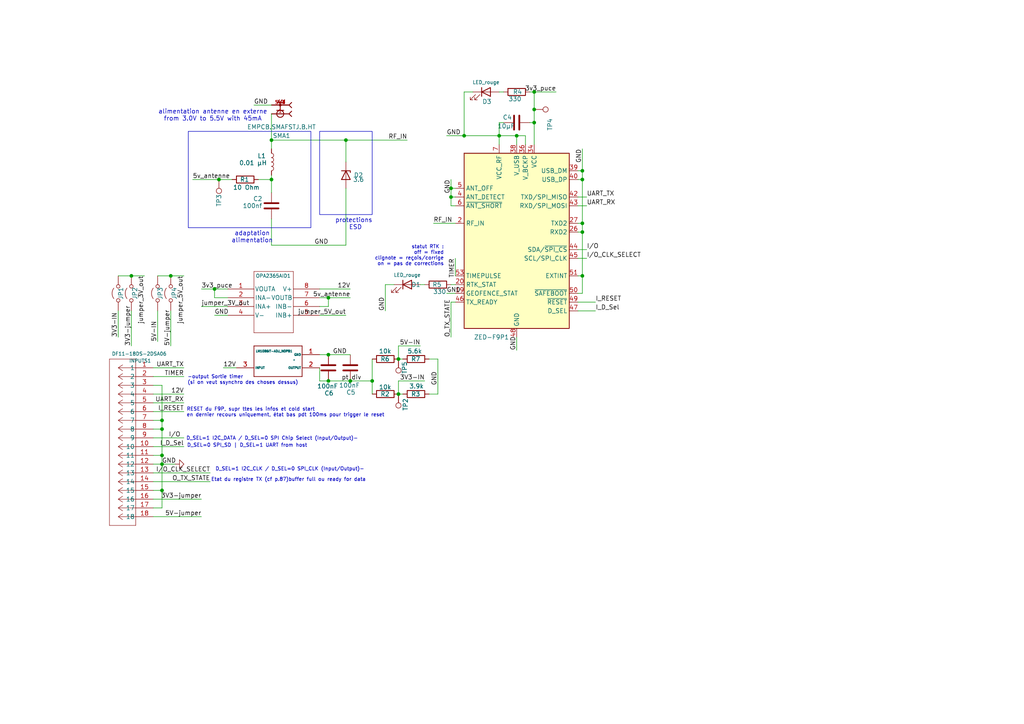
<source format=kicad_sch>
(kicad_sch (version 20231120) (generator "eeschema") (generator_version "8.0")
  (paper "A4")
  (lib_symbols
    (symbol "CON2x09:DF11-18DS-2DSA06" (pin_names (offset 0.254))
      (property "Reference" "J" (at 8.89 6.35 0))
      (property "Value" "DF11-18DS-2DSA06" (at 0 0 0))
      (symbol "DF11-18DS-2DSA06_0_1"
        (polyline (pts (xy 5.08 -45.72) (xy 12.7 -45.72)) (stroke (width 0.127)))
        (polyline (pts (xy 5.08 2.54) (xy 5.08 -45.72)) (stroke (width 0.127)))
        (polyline (pts (xy 10.16 -43.18) (xy 5.08 -43.18)) (stroke (width 0.127)))
        (polyline (pts (xy 10.16 -43.18) (xy 8.89 -44.0267)) (stroke (width 0.127)))
        (polyline (pts (xy 10.16 -43.18) (xy 8.89 -42.3333)) (stroke (width 0.127)))
        (polyline (pts (xy 10.16 -40.64) (xy 5.08 -40.64)) (stroke (width 0.127)))
        (polyline (pts (xy 10.16 -40.64) (xy 8.89 -41.4867)) (stroke (width 0.127)))
        (polyline (pts (xy 10.16 -40.64) (xy 8.89 -39.7933)) (stroke (width 0.127)))
        (polyline (pts (xy 10.16 -38.1) (xy 5.08 -38.1)) (stroke (width 0.127)))
        (polyline (pts (xy 10.16 -38.1) (xy 8.89 -38.9467)) (stroke (width 0.127)))
        (polyline (pts (xy 10.16 -38.1) (xy 8.89 -37.2533)) (stroke (width 0.127)))
        (polyline (pts (xy 10.16 -35.56) (xy 5.08 -35.56)) (stroke (width 0.127)))
        (polyline (pts (xy 10.16 -35.56) (xy 8.89 -36.4067)) (stroke (width 0.127)))
        (polyline (pts (xy 10.16 -35.56) (xy 8.89 -34.7133)) (stroke (width 0.127)))
        (polyline (pts (xy 10.16 -33.02) (xy 5.08 -33.02)) (stroke (width 0.127)))
        (polyline (pts (xy 10.16 -33.02) (xy 8.89 -33.8667)) (stroke (width 0.127)))
        (polyline (pts (xy 10.16 -33.02) (xy 8.89 -32.1733)) (stroke (width 0.127)))
        (polyline (pts (xy 10.16 -30.48) (xy 5.08 -30.48)) (stroke (width 0.127)))
        (polyline (pts (xy 10.16 -30.48) (xy 8.89 -31.3267)) (stroke (width 0.127)))
        (polyline (pts (xy 10.16 -30.48) (xy 8.89 -29.6333)) (stroke (width 0.127)))
        (polyline (pts (xy 10.16 -27.94) (xy 5.08 -27.94)) (stroke (width 0.127)))
        (polyline (pts (xy 10.16 -27.94) (xy 8.89 -28.7867)) (stroke (width 0.127)))
        (polyline (pts (xy 10.16 -27.94) (xy 8.89 -27.0933)) (stroke (width 0.127)))
        (polyline (pts (xy 10.16 -25.4) (xy 5.08 -25.4)) (stroke (width 0.127)))
        (polyline (pts (xy 10.16 -25.4) (xy 8.89 -26.2467)) (stroke (width 0.127)))
        (polyline (pts (xy 10.16 -25.4) (xy 8.89 -24.5533)) (stroke (width 0.127)))
        (polyline (pts (xy 10.16 -22.86) (xy 5.08 -22.86)) (stroke (width 0.127)))
        (polyline (pts (xy 10.16 -22.86) (xy 8.89 -23.7067)) (stroke (width 0.127)))
        (polyline (pts (xy 10.16 -22.86) (xy 8.89 -22.0133)) (stroke (width 0.127)))
        (polyline (pts (xy 10.16 -20.32) (xy 5.08 -20.32)) (stroke (width 0.127)))
        (polyline (pts (xy 10.16 -20.32) (xy 8.89 -21.1667)) (stroke (width 0.127)))
        (polyline (pts (xy 10.16 -20.32) (xy 8.89 -19.4733)) (stroke (width 0.127)))
        (polyline (pts (xy 10.16 -17.78) (xy 5.08 -17.78)) (stroke (width 0.127)))
        (polyline (pts (xy 10.16 -17.78) (xy 8.89 -18.6267)) (stroke (width 0.127)))
        (polyline (pts (xy 10.16 -17.78) (xy 8.89 -16.9333)) (stroke (width 0.127)))
        (polyline (pts (xy 10.16 -15.24) (xy 5.08 -15.24)) (stroke (width 0.127)))
        (polyline (pts (xy 10.16 -15.24) (xy 8.89 -16.0867)) (stroke (width 0.127)))
        (polyline (pts (xy 10.16 -15.24) (xy 8.89 -14.3933)) (stroke (width 0.127)))
        (polyline (pts (xy 10.16 -12.7) (xy 5.08 -12.7)) (stroke (width 0.127)))
        (polyline (pts (xy 10.16 -12.7) (xy 8.89 -13.5467)) (stroke (width 0.127)))
        (polyline (pts (xy 10.16 -12.7) (xy 8.89 -11.8533)) (stroke (width 0.127)))
        (polyline (pts (xy 10.16 -10.16) (xy 5.08 -10.16)) (stroke (width 0.127)))
        (polyline (pts (xy 10.16 -10.16) (xy 8.89 -11.0067)) (stroke (width 0.127)))
        (polyline (pts (xy 10.16 -10.16) (xy 8.89 -9.3133)) (stroke (width 0.127)))
        (polyline (pts (xy 10.16 -7.62) (xy 5.08 -7.62)) (stroke (width 0.127)))
        (polyline (pts (xy 10.16 -7.62) (xy 8.89 -8.4667)) (stroke (width 0.127)))
        (polyline (pts (xy 10.16 -7.62) (xy 8.89 -6.7733)) (stroke (width 0.127)))
        (polyline (pts (xy 10.16 -5.08) (xy 5.08 -5.08)) (stroke (width 0.127)))
        (polyline (pts (xy 10.16 -5.08) (xy 8.89 -5.9267)) (stroke (width 0.127)))
        (polyline (pts (xy 10.16 -5.08) (xy 8.89 -4.2333)) (stroke (width 0.127)))
        (polyline (pts (xy 10.16 -2.54) (xy 5.08 -2.54)) (stroke (width 0.127)))
        (polyline (pts (xy 10.16 -2.54) (xy 8.89 -3.3867)) (stroke (width 0.127)))
        (polyline (pts (xy 10.16 -2.54) (xy 8.89 -1.6933)) (stroke (width 0.127)))
        (polyline (pts (xy 10.16 0) (xy 5.08 0)) (stroke (width 0.127)))
        (polyline (pts (xy 10.16 0) (xy 8.89 -0.8467)) (stroke (width 0.127)))
        (polyline (pts (xy 10.16 0) (xy 8.89 0.8467)) (stroke (width 0.127)))
        (polyline (pts (xy 12.7 -45.72) (xy 12.7 2.54)) (stroke (width 0.127)))
        (polyline (pts (xy 12.7 2.54) (xy 5.08 2.54)) (stroke (width 0.127)))
        (pin unspecified line (at 0 0 0) (length 5.08) (name "1") (number "1"))
        (pin unspecified line (at 0 -22.86 0) (length 5.08) (name "10") (number "10"))
        (pin unspecified line (at 0 -25.4 0) (length 5.08) (name "11") (number "11"))
        (pin unspecified line (at 0 -27.94 0) (length 5.08) (name "12") (number "12"))
        (pin unspecified line (at 0 -30.48 0) (length 5.08) (name "13") (number "13"))
        (pin unspecified line (at 0 -33.02 0) (length 5.08) (name "14") (number "14"))
        (pin unspecified line (at 0 -35.56 0) (length 5.08) (name "15") (number "15"))
        (pin unspecified line (at 0 -38.1 0) (length 5.08) (name "16") (number "16"))
        (pin unspecified line (at 0 -40.64 0) (length 5.08) (name "17") (number "17"))
        (pin unspecified line (at 0 -43.18 0) (length 5.08) (name "18") (number "18"))
        (pin unspecified line (at 0 -2.54 0) (length 5.08) (name "2") (number "2"))
        (pin unspecified line (at 0 -5.08 0) (length 5.08) (name "3") (number "3"))
        (pin unspecified line (at 0 -7.62 0) (length 5.08) (name "4") (number "4"))
        (pin unspecified line (at 0 -10.16 0) (length 5.08) (name "5") (number "5"))
        (pin unspecified line (at 0 -12.7 0) (length 5.08) (name "6") (number "6"))
        (pin unspecified line (at 0 -15.24 0) (length 5.08) (name "7") (number "7"))
        (pin unspecified line (at 0 -17.78 0) (length 5.08) (name "8") (number "8"))
        (pin unspecified line (at 0 -20.32 0) (length 5.08) (name "9") (number "9"))
      )
    )
    (symbol "Connector:TestPoint" (pin_numbers hide) (pin_names (offset 0.762) hide)
      (property "Reference" "TP" (at 0 6.858 0))
      (property "Value" "TestPoint" (at 0 5.08 0))
      (symbol "TestPoint_0_1"
        (circle (center 0 3.302) (radius 0.762))
      )
      (symbol "TestPoint_1_1"
        (pin passive line (at 0 0 90) (length 2.54) (name "1") (number "1"))
      )
    )
    (symbol "Device:C" (pin_numbers hide) (pin_names (offset 0.254))
      (property "Reference" "C" (at 0.635 2.54 0))
      (property "Value" "C" (at 0.635 -2.54 0))
      (symbol "C_0_1"
        (polyline (pts (xy -2.032 -0.762) (xy 2.032 -0.762)) (stroke (width 0.508)))
        (polyline (pts (xy -2.032 0.762) (xy 2.032 0.762)) (stroke (width 0.508)))
      )
      (symbol "C_1_1"
        (pin passive line (at 0 3.81 270) (length 2.794) (name "~") (number "1"))
        (pin passive line (at 0 -3.81 90) (length 2.794) (name "~") (number "2"))
      )
    )
    (symbol "Device:D_Zener" (pin_numbers hide) (pin_names (offset 1.016) hide)
      (property "Reference" "D" (at 0 2.54 0))
      (property "Value" "D_Zener" (at 0 -2.54 0))
      (symbol "D_Zener_0_1"
        (polyline (pts (xy 1.27 0) (xy -1.27 0)))
        (polyline (pts (xy -1.27 -1.27) (xy -1.27 1.27) (xy -0.762 1.27)) (stroke (width 0.254)))
        (polyline (pts (xy 1.27 -1.27) (xy 1.27 1.27) (xy -1.27 0) (xy 1.27 -1.27)) (stroke (width 0.254)))
      )
      (symbol "D_Zener_1_1"
        (pin passive line (at -3.81 0 0) (length 2.54) (name "K") (number "1"))
        (pin passive line (at 3.81 0 180) (length 2.54) (name "A") (number "2"))
      )
    )
    (symbol "Device:L" (pin_numbers hide) (pin_names (offset 1.016) hide)
      (property "Reference" "L" (at -1.27 0 90))
      (property "Value" "L" (at 1.905 0 90))
      (symbol "L_0_1"
        (arc (start 0 -2.54) (mid 0.6323 -1.905) (end 0 -1.27))
        (arc (start 0 -1.27) (mid 0.6323 -0.635) (end 0 0))
        (arc (start 0 0) (mid 0.6323 0.635) (end 0 1.27))
        (arc (start 0 1.27) (mid 0.6323 1.905) (end 0 2.54))
      )
      (symbol "L_1_1"
        (pin passive line (at 0 3.81 270) (length 1.27) (name "1") (number "1"))
        (pin passive line (at 0 -3.81 90) (length 1.27) (name "2") (number "2"))
      )
    )
    (symbol "Device:LED" (pin_numbers hide) (pin_names (offset 1.016) hide)
      (property "Reference" "D" (at 0 2.54 0))
      (property "Value" "LED" (at 0 -2.54 0))
      (symbol "LED_0_1"
        (polyline (pts (xy -1.27 -1.27) (xy -1.27 1.27)) (stroke (width 0.254)))
        (polyline (pts (xy -1.27 0) (xy 1.27 0)))
        (polyline (pts (xy 1.27 -1.27) (xy 1.27 1.27) (xy -1.27 0) (xy 1.27 -1.27)) (stroke (width 0.254)))
        (polyline (pts (xy -3.048 -0.762) (xy -4.572 -2.286) (xy -3.81 -2.286) (xy -4.572 -2.286) (xy -4.572 -1.524)))
        (polyline (pts (xy -1.778 -0.762) (xy -3.302 -2.286) (xy -2.54 -2.286) (xy -3.302 -2.286) (xy -3.302 -1.524)))
      )
      (symbol "LED_1_1"
        (pin passive line (at -3.81 0 0) (length 2.54) (name "K") (number "1"))
        (pin passive line (at 3.81 0 180) (length 2.54) (name "A") (number "2"))
      )
    )
    (symbol "Device:R" (pin_numbers hide) (pin_names (offset 0))
      (property "Reference" "R" (at 2.032 0 90))
      (property "Value" "R" (at 0 0 90))
      (symbol "R_0_1"
        (rectangle (start -1.016 -2.54) (end 1.016 2.54) (stroke (width 0.254)))
      )
      (symbol "R_1_1"
        (pin passive line (at 0 3.81 270) (length 1.27) (name "~") (number "1"))
        (pin passive line (at 0 -3.81 90) (length 1.27) (name "~") (number "2"))
      )
    )
    (symbol "Jumper:Jumper_2_Open" (pin_numbers hide) (pin_names (offset 0) hide) (exclude_from_sim yes)
      (property "Reference" "JP" (at 0 2.794 0))
      (property "Value" "Jumper_2_Open" (at 0 -2.286 0))
      (symbol "Jumper_2_Open_0_0"
        (circle (center -2.032 0) (radius 0.508))
        (circle (center 2.032 0) (radius 0.508))
      )
      (symbol "Jumper_2_Open_0_1"
        (arc (start 1.524 1.27) (mid 0 1.778) (end -1.524 1.27))
      )
      (symbol "Jumper_2_Open_1_1"
        (pin passive line (at -5.08 0 0) (length 2.54) (name "A") (number "1"))
        (pin passive line (at 5.08 0 180) (length 2.54) (name "B") (number "2"))
      )
    )
    (symbol "LM1086:LM1086IT-ADJ_NOPB" (pin_names (offset 0.254))
      (property "Reference" "U2" (at 8.636 4.064 0))
      (property "Value" "LM1086IT-ADJ/NOPB" (at 13.208 5.334 0))
      (symbol "LM1086IT-ADJ_NOPB_0_1"
        (polyline (pts (xy 1.27 1.27) (xy 15.24 1.27)) (stroke (width 0.2032)))
        (polyline (pts (xy 1.27 10.16) (xy 1.27 1.27)) (stroke (width 0.2032)))
        (polyline (pts (xy 15.24 1.27) (xy 15.24 10.16)) (stroke (width 0.2032)))
        (polyline (pts (xy 15.24 10.16) (xy 1.27 10.16)) (stroke (width 0.2032)))
        (pin power_in line (at 20.32 3.81 180) (length 5.08) (name "GND") (number "1"))
        (pin power_in line (at 20.32 7.62 180) (length 5.08) (name "OUTPUT") (number "2"))
        (pin power_in line (at -3.81 7.62 0) (length 5.08) (name "INPUT") (number "3"))
      )
    )
    (symbol "OPA2365:OPA2365AID" (pin_names (offset 0.254))
      (property "Reference" "U1" (at 13.208 3.81 0))
      (property "Value" "OPA2365AID" (at 13.208 2.032 0))
      (symbol "OPA2365AID_0_1"
        (polyline (pts (xy 7.62 -12.7) (xy 19.05 -12.7)) (stroke (width 0.127)))
        (polyline (pts (xy 7.62 5.08) (xy 7.62 -12.7)) (stroke (width 0.127)))
        (polyline (pts (xy 19.05 -12.7) (xy 19.05 5.08)) (stroke (width 0.127)))
        (polyline (pts (xy 19.05 5.08) (xy 7.62 5.08)) (stroke (width 0.127)))
        (pin output line (at 0 0 0) (length 7.62) (name "VOUTA") (number "1"))
        (pin input line (at 0 -2.54 0) (length 7.62) (name "INA-") (number "2"))
        (pin input line (at 0 -5.08 0) (length 7.62) (name "INA+") (number "3"))
        (pin power_in line (at 0 -7.62 0) (length 7.62) (name "V-") (number "4"))
        (pin input line (at 26.67 -7.62 180) (length 7.62) (name "INB+") (number "5"))
        (pin input line (at 26.67 -5.08 180) (length 7.62) (name "INB-") (number "6"))
        (pin output line (at 26.67 -2.54 180) (length 7.62) (name "VOUTB") (number "7"))
        (pin power_in line (at 26.67 0 180) (length 7.62) (name "V+") (number "8"))
      )
    )
    (symbol "RF_GPS:ZED-F9P"
      (property "Reference" "U" (at -13.97 26.67 0))
      (property "Value" "ZED-F9P" (at 11.43 26.67 0))
      (symbol "ZED-F9P_0_1"
        (rectangle (start -15.24 25.4) (end 15.24 -25.4) (stroke (width 0.254)) (fill (type background)))
      )
      (symbol "ZED-F9P_1_1"
        (pin passive line (at 0 -27.94 90) (length 2.54) hide (name "GND") (number "1"))
        (pin no_connect line (at -15.24 7.62 0) (length 2.54) hide (name "Reserved") (number "10"))
        (pin no_connect line (at -15.24 0 0) (length 2.54) hide (name "Reserved") (number "11"))
        (pin passive line (at 0 -27.94 90) (length 2.54) hide (name "GND") (number "12"))
        (pin no_connect line (at -15.24 -7.62 0) (length 2.54) hide (name "Reserved") (number "13"))
        (pin passive line (at 0 -27.94 90) (length 2.54) hide (name "GND") (number "14"))
        (pin no_connect line (at -15.24 -12.7 0) (length 2.54) hide (name "Reserved") (number "15"))
        (pin no_connect line (at -7.62 -25.4 90) (length 2.54) hide (name "Reserved") (number "16"))
        (pin no_connect line (at -5.08 -25.4 90) (length 2.54) hide (name "Reserved") (number "17"))
        (pin no_connect line (at -2.54 -25.4 90) (length 2.54) hide (name "Reserved") (number "18"))
        (pin output line (at 17.78 -15.24 180) (length 2.54) (name "GEOFENCE_STAT") (number "19"))
        (pin input line (at 17.78 5.08 180) (length 2.54) (name "RF_IN") (number "2"))
        (pin output line (at 17.78 -12.7 180) (length 2.54) (name "RTK_STAT") (number "20"))
        (pin no_connect line (at 2.54 -25.4 90) (length 2.54) hide (name "Reserved") (number "21"))
        (pin no_connect line (at 5.08 -25.4 90) (length 2.54) hide (name "Reserved") (number "22"))
        (pin no_connect line (at 7.62 -25.4 90) (length 2.54) hide (name "Reserved") (number "23"))
        (pin no_connect line (at 15.24 -7.62 180) (length 2.54) hide (name "Reserved") (number "24"))
        (pin no_connect line (at 15.24 -5.08 180) (length 2.54) hide (name "Reserved") (number "25"))
        (pin input line (at -17.78 2.54 0) (length 2.54) (name "RXD2") (number "26"))
        (pin output line (at -17.78 5.08 0) (length 2.54) (name "TXD2") (number "27"))
        (pin no_connect line (at 15.24 -2.54 180) (length 2.54) hide (name "Reserved") (number "28"))
        (pin no_connect line (at 15.24 0 180) (length 2.54) hide (name "Reserved") (number "29"))
        (pin passive line (at 0 -27.94 90) (length 2.54) hide (name "GND") (number "3"))
        (pin no_connect line (at 15.24 2.54 180) (length 2.54) hide (name "Reserved") (number "30"))
        (pin no_connect line (at 15.24 7.62 180) (length 2.54) hide (name "Reserved") (number "31"))
        (pin passive line (at 0 -27.94 90) (length 2.54) hide (name "GND") (number "32"))
        (pin passive line (at -5.08 27.94 270) (length 2.54) hide (name "VCC") (number "33"))
        (pin power_in line (at -5.08 27.94 270) (length 2.54) (name "VCC") (number "34"))
        (pin no_connect line (at 15.24 17.78 180) (length 2.54) hide (name "Reserved") (number "35"))
        (pin power_in line (at -2.54 27.94 270) (length 2.54) (name "V_BCKP") (number "36"))
        (pin passive line (at 0 -27.94 90) (length 2.54) hide (name "GND") (number "37"))
        (pin power_in line (at 0 27.94 270) (length 2.54) (name "V_USB") (number "38"))
        (pin bidirectional line (at -17.78 20.32 0) (length 2.54) (name "USB_DM") (number "39"))
        (pin input line (at 17.78 12.7 180) (length 2.54) (name "ANT_DETECT") (number "4"))
        (pin bidirectional line (at -17.78 17.78 0) (length 2.54) (name "USB_DP") (number "40"))
        (pin passive line (at 0 -27.94 90) (length 2.54) hide (name "GND") (number "41"))
        (pin output line (at -17.78 12.7 0) (length 2.54) (name "TXD/SPI_MISO") (number "42"))
        (pin input line (at -17.78 10.16 0) (length 2.54) (name "RXD/SPI_MOSI") (number "43"))
        (pin bidirectional line (at -17.78 -2.54 0) (length 2.54) (name "SDA/~{SPI_CS}") (number "44"))
        (pin bidirectional line (at -17.78 -5.08 0) (length 2.54) (name "SCL/SPI_CLK") (number "45"))
        (pin output line (at 17.78 -17.78 180) (length 2.54) (name "TX_READY") (number "46"))
        (pin input line (at -17.78 -20.32 0) (length 2.54) (name "D_SEL") (number "47"))
        (pin power_in line (at 0 -27.94 90) (length 2.54) (name "GND") (number "48"))
        (pin input line (at -17.78 -17.78 0) (length 2.54) (name "~{RESET}") (number "49"))
        (pin output line (at 17.78 15.24 180) (length 2.54) (name "ANT_OFF") (number "5"))
        (pin input line (at -17.78 -15.24 0) (length 2.54) (name "~{SAFEBOOT}") (number "50"))
        (pin input line (at -17.78 -10.16 0) (length 2.54) (name "EXTINT") (number "51"))
        (pin no_connect line (at 15.24 20.32 180) (length 2.54) hide (name "Reserved") (number "52"))
        (pin output line (at 17.78 -10.16 180) (length 2.54) (name "TIMEPULSE") (number "53"))
        (pin no_connect line (at 15.24 22.86 180) (length 2.54) hide (name "Reserved") (number "54"))
        (pin passive line (at 0 -27.94 90) (length 2.54) hide (name "GND") (number "55"))
        (pin input line (at 17.78 10.16 180) (length 2.54) (name "~{ANT_SHORT}") (number "6"))
        (pin power_out line (at 5.08 27.94 270) (length 2.54) (name "VCC_RF") (number "7"))
        (pin no_connect line (at -15.24 22.86 0) (length 2.54) hide (name "Reserved") (number "8"))
        (pin no_connect line (at -15.24 15.24 0) (length 2.54) hide (name "Reserved") (number "9"))
      )
    )
    (symbol "SMA:EMPCB.SMAFSTJ.B.HT" (pin_names (offset 1.016))
      (property "Reference" "J" (at -3.8103 4.0644 0))
      (property "Value" "EMPCB.SMAFSTJ.B.HT" (at -4.067 -4.3211 0))
      (symbol "EMPCB.SMAFSTJ.B.HT_0_0"
        (polyline (pts (xy -3.302 -0.762) (xy -2.54 0)) (stroke (width 0.254)))
        (polyline (pts (xy -3.302 0.762) (xy -2.54 0)) (stroke (width 0.254)))
        (polyline (pts (xy -3.302 1.778) (xy -2.54 2.54)) (stroke (width 0.254)))
        (polyline (pts (xy -3.302 3.302) (xy -2.54 2.54)) (stroke (width 0.254)))
        (polyline (pts (xy -2.54 0) (xy 0 0)) (stroke (width 0.254)))
        (polyline (pts (xy -2.54 2.54) (xy 2.54 2.54)) (stroke (width 0.254)))
        (polyline (pts (xy -1.016 1.524) (xy 0 1.524)) (stroke (width 0.254)))
        (polyline (pts (xy -0.762 -0.762) (xy -1.27 -1.524)) (stroke (width 0.254)))
        (polyline (pts (xy 0 -0.762) (xy -0.762 -0.762)) (stroke (width 0.254)))
        (polyline (pts (xy 0 -0.762) (xy -0.508 -1.524)) (stroke (width 0.254)))
        (polyline (pts (xy 0 -0.762) (xy 0.762 -0.762)) (stroke (width 0.254)))
        (polyline (pts (xy 0 0) (xy -2.286 0)) (stroke (width 0.254)))
        (polyline (pts (xy 0 0) (xy 0 -0.762)) (stroke (width 0.254)))
        (polyline (pts (xy 0 1.524) (xy 0 0)) (stroke (width 0.254)))
        (polyline (pts (xy 0 1.524) (xy 1.016 1.524)) (stroke (width 0.254)))
        (polyline (pts (xy 0.762 -0.762) (xy 0.254 -1.524)) (stroke (width 0.254)))
        (polyline (pts (xy 2.54 0) (xy 0 0)) (stroke (width 0.254)))
        (circle (center 0 0) (radius 0.254) (stroke (width 0.254)))
        (circle (center 0 2.54) (radius 1.016) (stroke (width 0.254)))
        (pin passive line (at 2.54 2.54 180) (length 5.08) (name "~") (number "1"))
        (pin passive line (at 2.54 0 180) (length 5.08) (name "~") (number "SH1"))
        (pin passive line (at 2.54 0 180) (length 5.08) (name "~") (number "SH2"))
        (pin passive line (at 2.54 0 180) (length 5.08) (name "~") (number "SH3"))
        (pin passive line (at 2.54 0 180) (length 5.08) (name "~") (number "SH4"))
      )
    )
    (symbol "power:GND" (power) (pin_numbers hide) (pin_names (offset 0) hide)
      (property "Value" "GND" (at 0 -3.81 0))
      (symbol "GND_0_1"
        (polyline (pts (xy 0 0) (xy 0 -1.27) (xy 1.27 -1.27) (xy 0 -2.54) (xy -1.27 -1.27) (xy 0 -1.27)))
      )
      (symbol "GND_1_1"
        (pin power_in line (at 0 0 270) (length 0) (name "~") (number "1"))
      )
    )
  )
  (junction (at 101.6 110.49))
  (junction (at 149.86 39.37))
  (junction (at 168.91 52.07))
  (junction (at 115.57 104.14))
  (junction (at 130.81 54.61))
  (junction (at 115.57 114.3))
  (junction (at 154.94 31.75))
  (junction (at 154.94 35.56))
  (junction (at 49.53 80.01))
  (junction (at 168.91 49.53))
  (junction (at 130.81 57.15))
  (junction (at 168.91 64.77))
  (junction (at 62.23 83.82))
  (junction (at 46.99 124.46))
  (junction (at 100.33 40.64))
  (junction (at 168.91 67.31))
  (junction (at 144.78 39.37))
  (junction (at 154.94 26.67))
  (junction (at 95.25 102.87))
  (junction (at 46.99 142.24))
  (junction (at 78.74 52.07))
  (junction (at 38.1 80.01))
  (junction (at 95.25 86.36))
  (junction (at 95.25 110.49))
  (junction (at 63.5 52.07))
  (junction (at 78.74 40.64))
  (junction (at 46.99 121.92))
  (junction (at 134.62 39.37))
  (junction (at 46.99 134.62))
  (junction (at 46.99 132.08))
  (junction (at 168.91 80.01))
  (junction (at 107.95 110.49))
  (wire (pts (xy 167.64 64.77) (xy 168.91 64.77)))
  (wire (pts (xy 78.74 71.12) (xy 78.74 63.5)))
  (wire (pts (xy 101.6 102.87) (xy 95.25 102.87)))
  (wire (pts (xy 46.99 142.24) (xy 46.99 147.32)))
  (wire (pts (xy 144.78 39.37) (xy 144.78 41.91)))
  (wire (pts (xy 78.74 33.02) (xy 78.74 40.64)))
  (wire (pts (xy 149.86 39.37) (xy 152.4 39.37)))
  (wire (pts (xy 44.45 137.16) (xy 60.96 137.16)))
  (wire (pts (xy 144.78 39.37) (xy 149.86 39.37)))
  (wire (pts (xy 92.71 83.82) (xy 101.6 83.82)))
  (wire (pts (xy 49.53 100.33) (xy 49.53 90.17)))
  (wire (pts (xy 46.99 134.62) (xy 46.99 142.24)))
  (wire (pts (xy 121.92 82.55) (xy 123.19 82.55)))
  (wire (pts (xy 168.91 80.01) (xy 167.64 80.01)))
  (wire (pts (xy 58.42 88.9) (xy 66.04 88.9)))
  (wire (pts (xy 130.81 52.07) (xy 130.81 54.61)))
  (wire (pts (xy 130.81 57.15) (xy 130.81 59.69)))
  (wire (pts (xy 127 104.14) (xy 127 114.3)))
  (wire (pts (xy 144.78 35.56) (xy 144.78 39.37)))
  (wire (pts (xy 134.62 26.67) (xy 134.62 39.37)))
  (wire (pts (xy 167.64 87.63) (xy 172.72 87.63)))
  (wire (pts (xy 154.94 35.56) (xy 153.67 35.56)))
  (wire (pts (xy 78.74 40.64) (xy 78.74 43.18)))
  (wire (pts (xy 149.86 39.37) (xy 149.86 41.91)))
  (wire (pts (xy 58.42 83.82) (xy 62.23 83.82)))
  (wire (pts (xy 144.78 26.67) (xy 146.05 26.67)))
  (wire (pts (xy 168.91 52.07) (xy 167.64 52.07)))
  (wire (pts (xy 44.45 124.46) (xy 46.99 124.46)))
  (wire (pts (xy 95.25 86.36) (xy 101.6 86.36)))
  (wire (pts (xy 100.33 46.99) (xy 100.33 40.64)))
  (wire (pts (xy 124.46 114.3) (xy 127 114.3)))
  (wire (pts (xy 95.25 86.36) (xy 95.25 88.9)))
  (wire (pts (xy 44.45 139.7) (xy 60.96 139.7)))
  (wire (pts (xy 44.45 119.38) (xy 53.34 119.38)))
  (wire (pts (xy 107.95 104.14) (xy 107.95 110.49)))
  (wire (pts (xy 44.45 132.08) (xy 46.99 132.08)))
  (wire (pts (xy 44.45 106.68) (xy 53.34 106.68)))
  (wire (pts (xy 100.33 40.64) (xy 118.11 40.64)))
  (wire (pts (xy 46.99 124.46) (xy 46.99 132.08)))
  (wire (pts (xy 92.71 86.36) (xy 95.25 86.36)))
  (wire (pts (xy 130.81 54.61) (xy 130.81 57.15)))
  (wire (pts (xy 129.54 85.09) (xy 132.08 85.09)))
  (wire (pts (xy 115.57 110.49) (xy 123.19 110.49)))
  (wire (pts (xy 132.08 74.93) (xy 132.08 80.01)))
  (wire (pts (xy 167.64 59.69) (xy 170.18 59.69)))
  (wire (pts (xy 125.73 64.77) (xy 132.08 64.77)))
  (wire (pts (xy 100.33 54.61) (xy 100.33 71.12)))
  (wire (pts (xy 137.16 26.67) (xy 134.62 26.67)))
  (wire (pts (xy 168.91 67.31) (xy 167.64 67.31)))
  (wire (pts (xy 78.74 52.07) (xy 78.74 55.88)))
  (wire (pts (xy 167.64 90.17) (xy 172.72 90.17)))
  (wire (pts (xy 167.64 57.15) (xy 170.18 57.15)))
  (wire (pts (xy 78.74 52.07) (xy 74.93 52.07)))
  (wire (pts (xy 130.81 82.55) (xy 132.08 82.55)))
  (wire (pts (xy 114.3 82.55) (xy 111.76 82.55)))
  (wire (pts (xy 64.77 106.68) (xy 68.58 106.68)))
  (wire (pts (xy 63.5 52.07) (xy 67.31 52.07)))
  (wire (pts (xy 44.45 114.3) (xy 53.34 114.3)))
  (wire (pts (xy 44.45 129.54) (xy 53.34 129.54)))
  (wire (pts (xy 115.57 100.33) (xy 115.57 104.14)))
  (wire (pts (xy 101.6 110.49) (xy 107.95 110.49)))
  (wire (pts (xy 45.72 99.06) (xy 45.72 90.17)))
  (wire (pts (xy 92.71 110.49) (xy 95.25 110.49)))
  (wire (pts (xy 46.99 121.92) (xy 46.99 124.46)))
  (wire (pts (xy 49.53 80.01) (xy 53.34 80.01)))
  (wire (pts (xy 78.74 50.8) (xy 78.74 52.07)))
  (wire (pts (xy 130.81 97.79) (xy 130.81 87.63)))
  (wire (pts (xy 62.23 83.82) (xy 66.04 83.82)))
  (wire (pts (xy 154.94 26.67) (xy 161.29 26.67)))
  (wire (pts (xy 92.71 91.44) (xy 100.33 91.44)))
  (wire (pts (xy 168.91 64.77) (xy 168.91 67.31)))
  (wire (pts (xy 73.66 30.48) (xy 78.74 30.48)))
  (wire (pts (xy 149.86 97.79) (xy 149.86 101.6)))
  (wire (pts (xy 115.57 100.33) (xy 121.92 100.33)))
  (wire (pts (xy 129.54 39.37) (xy 134.62 39.37)))
  (wire (pts (xy 44.45 127) (xy 53.34 127)))
  (wire (pts (xy 130.81 54.61) (xy 132.08 54.61)))
  (wire (pts (xy 154.94 31.75) (xy 154.94 35.56)))
  (wire (pts (xy 92.71 110.49) (xy 92.71 106.68)))
  (wire (pts (xy 134.62 39.37) (xy 144.78 39.37)))
  (wire (pts (xy 107.95 110.49) (xy 107.95 114.3)))
  (wire (pts (xy 124.46 104.14) (xy 127 104.14)))
  (wire (pts (xy 62.23 91.44) (xy 66.04 91.44)))
  (wire (pts (xy 44.45 144.78) (xy 58.42 144.78)))
  (wire (pts (xy 78.74 71.12) (xy 100.33 71.12)))
  (wire (pts (xy 44.45 149.86) (xy 58.42 149.86)))
  (wire (pts (xy 132.08 59.69) (xy 130.81 59.69)))
  (wire (pts (xy 168.91 49.53) (xy 168.91 43.18)))
  (wire (pts (xy 55.88 52.07) (xy 63.5 52.07)))
  (wire (pts (xy 78.74 40.64) (xy 100.33 40.64)))
  (wire (pts (xy 154.94 35.56) (xy 154.94 41.91)))
  (wire (pts (xy 34.29 97.79) (xy 34.29 90.17)))
  (wire (pts (xy 46.99 132.08) (xy 46.99 134.62)))
  (wire (pts (xy 44.45 111.76) (xy 46.99 111.76)))
  (wire (pts (xy 44.45 116.84) (xy 53.34 116.84)))
  (wire (pts (xy 44.45 142.24) (xy 46.99 142.24)))
  (wire (pts (xy 168.91 52.07) (xy 168.91 49.53)))
  (wire (pts (xy 44.45 121.92) (xy 46.99 121.92)))
  (wire (pts (xy 62.23 83.82) (xy 62.23 86.36)))
  (wire (pts (xy 46.99 134.62) (xy 50.8 134.62)))
  (wire (pts (xy 130.81 87.63) (xy 132.08 87.63)))
  (wire (pts (xy 111.76 82.55) (xy 111.76 90.17)))
  (wire (pts (xy 168.91 49.53) (xy 167.64 49.53)))
  (wire (pts (xy 38.1 100.33) (xy 38.1 90.17)))
  (wire (pts (xy 44.45 109.22) (xy 53.34 109.22)))
  (wire (pts (xy 167.64 74.93) (xy 170.18 74.93)))
  (wire (pts (xy 46.99 111.76) (xy 46.99 121.92)))
  (wire (pts (xy 168.91 52.07) (xy 168.91 64.77)))
  (wire (pts (xy 130.81 57.15) (xy 132.08 57.15)))
  (wire (pts (xy 92.71 88.9) (xy 95.25 88.9)))
  (wire (pts (xy 38.1 80.01) (xy 41.91 80.01)))
  (wire (pts (xy 62.23 86.36) (xy 66.04 86.36)))
  (wire (pts (xy 146.05 35.56) (xy 144.78 35.56)))
  (wire (pts (xy 152.4 39.37) (xy 152.4 41.91)))
  (wire (pts (xy 153.67 26.67) (xy 154.94 26.67)))
  (wire (pts (xy 167.64 72.39) (xy 170.18 72.39)))
  (wire (pts (xy 44.45 134.62) (xy 46.99 134.62)))
  (wire (pts (xy 115.57 104.14) (xy 116.84 104.14)))
  (wire (pts (xy 95.25 110.49) (xy 101.6 110.49)))
  (wire (pts (xy 168.91 67.31) (xy 168.91 80.01)))
  (wire (pts (xy 34.29 80.01) (xy 38.1 80.01)))
  (wire (pts (xy 92.71 102.87) (xy 95.25 102.87)))
  (wire (pts (xy 154.94 31.75) (xy 154.94 26.67)))
  (wire (pts (xy 115.57 114.3) (xy 116.84 114.3)))
  (wire (pts (xy 168.91 80.01) (xy 168.91 85.09)))
  (wire (pts (xy 168.91 85.09) (xy 167.64 85.09)))
  (wire (pts (xy 44.45 147.32) (xy 46.99 147.32)))
  (wire (pts (xy 45.72 80.01) (xy 49.53 80.01)))
  (wire (pts (xy 115.57 110.49) (xy 115.57 114.3)))
  (rectangle (start 92.71 38.1) (end 107.95 62.23))
  (rectangle (start 54.61 38.1) (end 90.17 66.04))
  (text "alimentation antenne en externe\nfrom 3.0V to 5.5V with 45mA\n" (at 61.722 33.528 0) (effects (font (size 1.27 1.27))))
  (text "RESET du F9P, supr ttes les infos et cold start\nen dernier recours uniquement, état bas pdt 100ms pour trigger le reset" (at 54.102 119.634 0) (effects (font (size 1.016 1.016)) (justify left)))
  (text "D_SEL=1 I2C_DATA / D_SEL=0 SPI Chip Select (Input/Output)-" (at 103.886 127.254 0) (effects (font (size 1.016 1.016)) (justify right)))
  (text "-output Sortie timer\n(si on veut ssynchro des choses dessus)" (at 54.356 110.236 0) (effects (font (size 1.016 1.016)) (justify left)))
  (text "D_SEL=1 I2C_CLK / D_SEL=0 SPI_CLK (Input/Output)-" (at 84.074 136.144 0) (effects (font (size 1.016 1.016))))
  (text "protections\n ESD\n" (at 102.616 65.024 0) (effects (font (size 1.27 1.27))))
  (text "statut RTK :\noff = fixed\nclignote = reçois/corrige\non = pas de corrections" (at 128.778 74.168 0) (effects (font (size 1.016 1.016)) (justify right)))
  (text "Etat du registre TX (cf p.87)buffer full ou ready for data  " (at 107.696 139.192 0) (effects (font (size 1.016 1.016)) (justify right)))
  (text "D_SEL=0 SPI_SD | D_SEL=1 UART from host" (at 89.154 129.286 0) (effects (font (size 1.016 1.016)) (justify right)))
  (text "adaptation\nalimentation" (at 73.152 68.834 0) (effects (font (size 1.27 1.27))))
  (label "I{slash}O " (at 170.18 72.39 0))
  (label "UART_RX" (at 170.18 59.69 0))
  (label "jumper_5V_out" (at 100.33 91.44 180))
  (label "GND" (at 129.54 85.09 0))
  (label "12V" (at 64.77 106.68 0))
  (label "GND" (at 129.54 39.37 0))
  (label "I_RESET" (at 53.34 119.38 180))
  (label "I{slash}O_CLK_SELECT" (at 170.18 74.93 0))
  (label "3V3-IN" (at 123.19 110.49 180))
  (label "GND" (at 149.86 101.6 90))
  (label "I_D_Sel" (at 172.72 90.17 0))
  (label "5V-jumper" (at 49.53 100.33 90))
  (label "12V" (at 101.6 83.82 180))
  (label "O_TX_STATE" (at 130.81 97.79 90))
  (label "5v_antenne" (at 101.6 86.36 180))
  (label "5v_antenne" (at 55.88 52.07 0))
  (label "I{slash}O_CLK_SELECT" (at 60.96 137.16 180))
  (label "3v3_puce" (at 58.42 83.82 0))
  (label "I{slash}O " (at 53.34 127 180))
  (label "pt div" (at 99.06 110.49 0))
  (label "GND" (at 73.66 30.48 0))
  (label "3V3-jumper" (at 38.1 100.33 90))
  (label "jumper_5V_out" (at 53.34 80.01 270))
  (label "RF_IN" (at 125.73 64.77 0))
  (label "5V-jumper" (at 58.42 149.86 180))
  (label "3v3_puce" (at 161.29 26.67 180))
  (label "UART_RX" (at 53.34 116.84 180))
  (label "GND" (at 95.25 71.12 180))
  (label "UART_TX" (at 53.34 106.68 180))
  (label "I_D_Sel" (at 53.34 129.54 180))
  (label "12V" (at 53.34 114.3 180))
  (label "GND" (at 168.91 43.18 270))
  (label "GND" (at 96.52 102.87 0))
  (label "GND" (at 127 111.76 90))
  (label "O_TX_STATE" (at 60.96 139.7 180))
  (label "5V-IN" (at 121.92 100.33 180))
  (label "TIMER" (at 53.34 109.22 180))
  (label "GND" (at 111.76 90.17 90))
  (label "UART_TX" (at 170.18 57.15 0))
  (label "GND" (at 46.99 134.62 0))
  (label "3V3-jumper" (at 58.42 144.78 180))
  (label "TIMER" (at 132.08 74.93 270))
  (label "GND" (at 62.23 91.44 0))
  (label "5V-IN" (at 45.72 99.06 90))
  (label "jumper_3V_out" (at 58.42 88.9 0))
  (label "I_RESET" (at 172.72 87.63 0))
  (label "GND" (at 130.81 52.07 270))
  (label "3V3-IN" (at 34.29 97.79 90))
  (label "jumper_3V_out" (at 41.91 80.01 270))
  (label "RF_IN" (at 118.11 40.64 180))
  (symbol (lib_id "Connector:TestPoint") (at 154.94 31.75 270) (unit 1)
    (property "Reference" "TP4" (at 159.5121 34.29 0) (effects (justify left)))
    (property "Value" "TestPoint" (effects (hide yes)))
    (property "Footprint" "TestPoint:CONN1_5011_KEY" (effects (hide yes)))
    (property "Description" "test point" (effects (hide yes)))
  )
  (symbol (lib_id "Device:R") (at 71.12 52.07 270) (unit 1)
    (property "Reference" "R1" (at 69.596 52.07 90) (effects (justify left)))
    (property "Value" "10 Ohm" (at 67.564 54.356 90) (effects (justify left)))
    (property "Footprint" "res_SMD_330ohm:RC0805N_YAG" (effects (hide yes)))
    (property "Description" "Resistor" (effects (hide yes)))
  )
  (symbol (lib_id "CON2x09:DF11-18DS-2DSA06") (at 44.45 106.68 0) (mirror y) (unit 1)
    (property "Reference" "INPUTS1" (at 40.64 104.648 0) (effects (font (size 1 1))))
    (property "Value" "DF11-18DS-2DSA06" (at 40.386 102.616 0) (effects (font (size 1 1))))
    (property "Footprint" "Connector:CON18_2X9_U_DF11_HIR" (effects (hide yes)))
    (property "Datasheet" "DF11-18DS-2DSA06" (effects (hide yes)))
  )
  (symbol (lib_id "Device:R") (at 111.76 114.3 90) (unit 1)
    (property "Reference" "R2" (at 113.03 114.3 90) (effects (justify left)))
    (property "Value" "10k" (at 113.538 112.268 90) (effects (justify left)))
    (property "Footprint" "res_SMD_10kohm:YAG_R0805_YAG" (effects (hide yes)))
    (property "Description" "Resistor" (effects (hide yes)))
  )
  (symbol (lib_id "Device:R") (at 120.65 104.14 90) (unit 1)
    (property "Reference" "R7" (at 121.92 104.14 90) (effects (justify left)))
    (property "Value" "5.6k" (at 122.428 101.854 90) (effects (justify left)))
    (property "Footprint" "res_SMD_5.6kohm:RC0805N_YAG" (effects (hide yes)))
    (property "Description" "Resistor" (effects (hide yes)))
  )
  (symbol (lib_id "Device:C") (at 95.25 106.68 180) (unit 1)
    (property "Reference" "C6" (at 96.774 114.046 0) (effects (justify left)))
    (property "Value" "100nF" (at 98.044 112.014 0) (effects (justify left)))
    (property "Footprint" "Capacitor_SMD:C_0805_2012Metric" (effects (hide yes)))
    (property "Description" "Unpolarized capacitor" (effects (hide yes)))
  )
  (symbol (lib_id "Jumper:Jumper_2_Open") (at 34.29 85.09 90) (unit 1) (exclude_from_sim yes)
    (property "Reference" "JP1" (at 35.052 85.09 0))
    (property "Value" "Jumper_2_Open" (effects (hide yes)))
    (property "Footprint" "Connector:CON_1x02" (effects (hide yes)))
    (property "Description" "Jumper, 2-pole, open" (effects (hide yes)))
  )
  (symbol (lib_id "power:GND") (at 50.8 134.62 90) (unit 1)
    (property "Reference" "#PWR01" (effects (hide yes)))
    (property "Value" "GND" (effects (hide yes)))
    (property "Description" "Power symbol creates a global label with name \"GND\" , ground" (effects (hide yes)))
  )
  (symbol (lib_id "Device:L") (at 78.74 46.99 0) (unit 1)
    (property "Reference" "L1" (at 74.676 45.212 0) (effects (justify left)))
    (property "Value" "0.01 µH" (at 69.342 47.244 0) (effects (justify left)))
    (property "Footprint" "Inductor_SMD:L_0805_2012Metric" (effects (hide yes)))
    (property "Description" "Inductor" (effects (hide yes)))
  )
  (symbol (lib_id "Jumper:Jumper_2_Open") (at 45.72 85.09 90) (unit 1) (exclude_from_sim yes)
    (property "Reference" "JP3" (at 46.482 85.09 0))
    (property "Value" "Jumper_2_Open" (effects (hide yes)))
    (property "Footprint" "Connector:CON_1x02" (effects (hide yes)))
    (property "Description" "Jumper, 2-pole, open" (effects (hide yes)))
  )
  (symbol (lib_id "Device:C") (at 78.74 59.69 0) (unit 1)
    (property "Reference" "C2" (at 73.406 57.658 0) (effects (justify left)))
    (property "Value" "100nf" (at 70.358 59.69 0) (effects (justify left)))
    (property "Footprint" "Capacitor_SMD:C_0805_2012Metric" (effects (hide yes)))
    (property "Description" "Unpolarized capacitor" (effects (hide yes)))
  )
  (symbol (lib_id "OPA2365:OPA2365AID") (at 66.04 83.82 0) (unit 1)
    (property "Reference" "OPA2365AID1" (at 79.248 80.01 0) (effects (font (size 1 1))))
    (property "Footprint" "00_OPA2365:D8" (effects (hide yes)))
    (property "Datasheet" "OPA2365AID" (effects (hide yes)))
  )
  (symbol (lib_id "Device:LED") (at 140.97 26.67 0) (unit 1)
    (property "Reference" "D3" (at 141.224 29.464 0))
    (property "Value" "LED_rouge" (at 140.97 23.876 0) (effects (font (size 1 1))))
    (property "Footprint" "LED_SMD:LED_0805_2012Metric" (effects (hide yes)))
    (property "Description" "Light emitting diode" (effects (hide yes)))
  )
  (symbol (lib_id "Device:R") (at 111.76 104.14 90) (unit 1)
    (property "Reference" "R6" (at 113.03 104.14 90) (effects (justify left)))
    (property "Value" "10k" (at 113.538 101.854 90) (effects (justify left)))
    (property "Footprint" "res_SMD_10kohm:YAG_R0805_YAG" (effects (hide yes)))
    (property "Description" "Resistor" (effects (hide yes)))
  )
  (symbol (lib_id "Device:C") (at 149.86 35.56 270) (unit 1)
    (property "Reference" "C4" (at 145.796 34.036 90) (effects (justify left)))
    (property "Value" "10µF" (at 144.272 36.576 90) (effects (justify left)))
    (property "Footprint" "Capacitor_SMD:C_0805_2012Metric" (effects (hide yes)))
    (property "Description" "Unpolarized capacitor" (effects (hide yes)))
  )
  (symbol (lib_id "Jumper:Jumper_2_Open") (at 38.1 85.09 90) (unit 1) (exclude_from_sim yes)
    (property "Reference" "JP2" (at 39.116 85.09 0))
    (property "Value" "Jumper_2_Open" (effects (hide yes)))
    (property "Footprint" "Connector:CON_1x02" (effects (hide yes)))
    (property "Description" "Jumper, 2-pole, open" (effects (hide yes)))
  )
  (symbol (lib_id "Connector:TestPoint") (at 63.5 52.07 180) (unit 1)
    (property "Reference" "TP3" (at 63.5 58.166 90))
    (property "Value" "TestPoint" (effects (hide yes)))
    (property "Footprint" "TestPoint:CONN1_5011_KEY" (effects (hide yes)))
    (property "Description" "test point" (effects (hide yes)))
  )
  (symbol (lib_id "Jumper:Jumper_2_Open") (at 49.53 85.09 90) (unit 1) (exclude_from_sim yes)
    (property "Reference" "JP4" (at 50.546 85.09 0))
    (property "Value" "Jumper_2_Open" (effects (hide yes)))
    (property "Footprint" "Connector:CON_1x02" (effects (hide yes)))
    (property "Description" "Jumper, 2-pole, open" (effects (hide yes)))
  )
  (symbol (lib_id "Connector:TestPoint") (at 115.57 104.14 180) (unit 1)
    (property "Reference" "TP5" (at 117.348 106.68 90))
    (property "Value" "TestPoint" (effects (hide yes)))
    (property "Footprint" "TestPoint:CONN1_5011_KEY" (effects (hide yes)))
    (property "Description" "test point" (effects (hide yes)))
  )
  (symbol (lib_id "Device:R") (at 127 82.55 270) (unit 1)
    (property "Reference" "R5" (at 126.746 82.55 90))
    (property "Value" "330" (at 127.508 84.582 90))
    (property "Footprint" "res_SMD_330ohm:RC0805N_YAG" (effects (hide yes)))
    (property "Description" "Resistor" (effects (hide yes)))
  )
  (symbol (lib_id "RF_GPS:ZED-F9P") (at 149.86 69.85 0) (mirror y) (unit 1)
    (property "Reference" "ZED-F9P1" (at 147.6659 97.79 0) (effects (justify left)))
    (property "Value" "ZED-F9P" (effects (hide yes)))
    (property "Footprint" "RF_GPS:ublox_ZED" (effects (hide yes)))
    (property "Datasheet" "https://content.u-blox.com/sites/default/files/ZED-F9P-04B_DataSheet_UBX-21044850.pdf" (effects (hide yes)))
    (property "Description" "GNSS Module ZED F9, VCC 2.7V to 3.6V, LGA-54" (effects (hide yes)))
  )
  (symbol (lib_id "Connector:TestPoint") (at 115.57 114.3 180) (unit 1)
    (property "Reference" "TP2" (at 117.602 117.348 90))
    (property "Value" "TestPoint" (effects (hide yes)))
    (property "Footprint" "TestPoint:CONN1_5011_KEY" (effects (hide yes)))
    (property "Description" "test point" (effects (hide yes)))
  )
  (symbol (lib_id "Device:C") (at 101.6 106.68 180) (unit 1)
    (property "Reference" "C5" (at 103.124 113.792 0) (effects (justify left)))
    (property "Value" "100nF" (at 104.394 111.76 0) (effects (justify left)))
    (property "Footprint" "Capacitor_SMD:C_0805_2012Metric" (effects (hide yes)))
    (property "Description" "Unpolarized capacitor" (effects (hide yes)))
  )
  (symbol (lib_id "Device:LED") (at 118.11 82.55 0) (unit 1)
    (property "Reference" "D1" (at 120.65 82.55 0))
    (property "Value" "LED_rouge" (at 118.11 79.756 0) (effects (font (size 1 1))))
    (property "Footprint" "LED_SMD:LED_0805_2012Metric" (effects (hide yes)))
    (property "Description" "Light emitting diode" (effects (hide yes)))
  )
  (symbol (lib_id "SMA:EMPCB.SMAFSTJ.B.HT") (at 81.28 30.48 180) (unit 1)
    (property "Reference" "SMA1" (at 81.661 39.37 0))
    (property "Value" "EMPCB.SMAFSTJ.B.HT" (at 81.661 36.83 0))
    (property "Footprint" "Connector:TAOGLAS_EMPCB.SMAFSTJ.B.HT" (effects (hide yes)))
    (property "MF" "Taoglas Limited" (effects (hide yes)))
    (property "Description_1" "\n                        \n                            SMA Connector Jack, Female Socket 50 Ohms Board Edge, End Launch Solder\n                        \n" (effects (hide yes)))
    (property "Package" "None" (effects (hide yes)))
    (property "Price" "None" (effects (hide yes)))
    (property "Check_prices" "https://www.snapeda.com/parts/EMPCB.SMAFSTJ.B.HT/Taoglas/view-part/?ref=eda" (effects (hide yes)))
    (property "STANDARD" "Manufacturer Recommendation" (effects (hide yes)))
    (property "SnapEDA_Link" "https://www.snapeda.com/parts/EMPCB.SMAFSTJ.B.HT/Taoglas/view-part/?ref=snap" (effects (hide yes)))
    (property "MP" "EMPCB.SMAFSTJ.B.HT" (effects (hide yes)))
    (property "Availability" "In Stock" (effects (hide yes)))
    (property "MANUFACTURER" "TAOGLAS" (effects (hide yes)))
  )
  (symbol (lib_id "LM1086:LM1086IT-ADJ_NOPB") (at 72.39 99.06 0) (mirror x) (unit 1)
    (property "Reference" "LM1086IT-ADJ_NOPB1" (at 84.836 101.854 0) (effects (font (size 0.635 0.635)) (justify right)))
    (property "Value" "~" (at 85.598 104.394 0) (effects (font (size 0.635 0.635)) (justify right)))
    (property "Footprint" "LM1086:NDE0003B" (effects (hide yes)))
    (property "Datasheet" "LM1086IT-ADJ/NOPB" (effects (hide yes)))
  )
  (symbol (lib_id "Device:R") (at 120.65 114.3 90) (unit 1)
    (property "Reference" "R3" (at 121.92 114.3 90) (effects (justify left)))
    (property "Value" "3.9k" (at 122.936 112.014 90) (effects (justify left)))
    (property "Footprint" "res_SMD_4.3kohm:RC0805N_YAG" (effects (hide yes)))
    (property "Description" "Resistor" (effects (hide yes)))
  )
  (symbol (lib_id "Device:R") (at 149.86 26.67 90) (mirror x) (unit 1)
    (property "Reference" "R4" (at 150.114 26.67 90))
    (property "Value" "330" (at 149.352 28.702 90))
    (property "Footprint" "res_SMD_330ohm:RC0805N_YAG" (effects (hide yes)))
    (property "Description" "Resistor" (effects (hide yes)))
  )
  (symbol (lib_id "Device:D_Zener") (at 100.33 50.8 270) (unit 1)
    (property "Reference" "D2" (at 102.616 50.8 90) (effects (justify left)))
    (property "Value" "3.6" (at 102.362 52.07 90) (effects (justify left)))
    (property "Footprint" "Diode_SMD:D_SOD-323" (effects (hide yes)))
    (property "Description" "Zener diode" (effects (hide yes)))
  )
)
</source>
